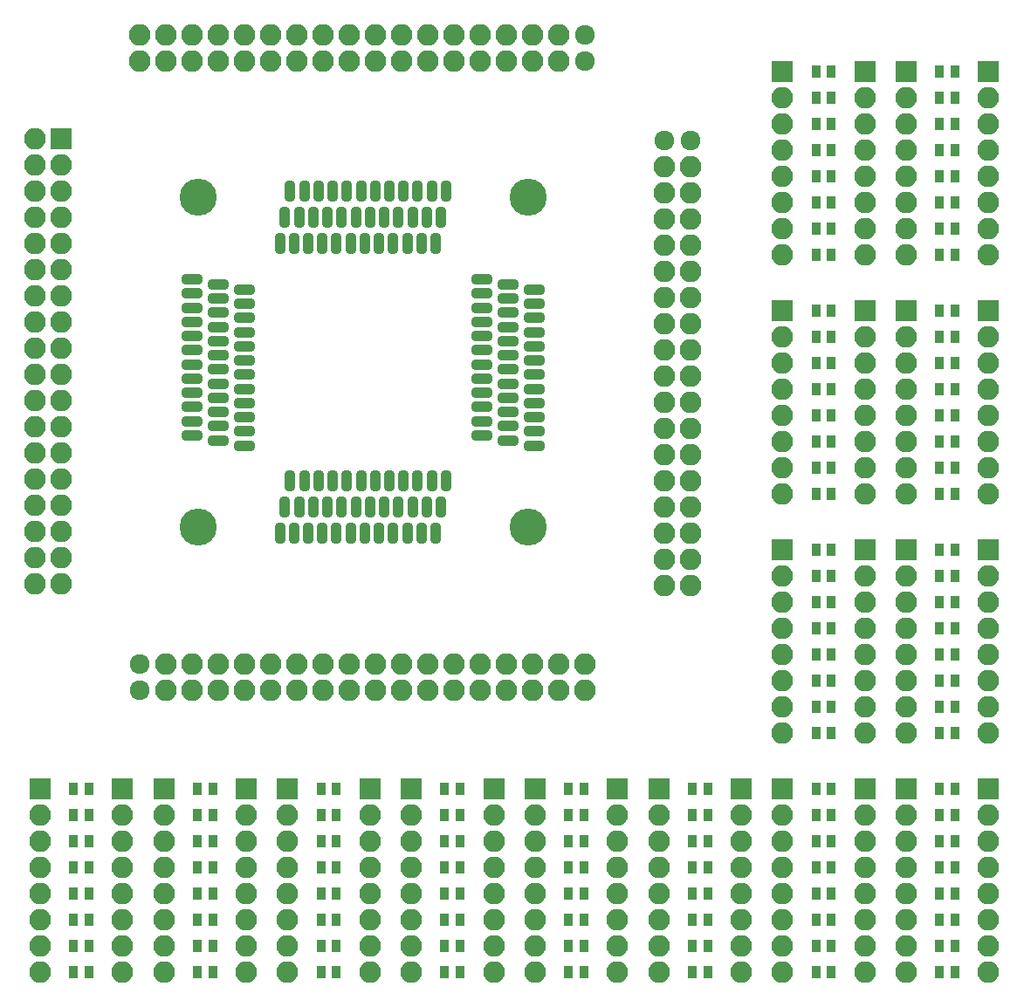
<source format=gbs>
%MOIN*%
%OFA0B0*%
%FSLAX46Y46*%
%IPPOS*%
%LPD*%
%ADD10C,0.0039370078740157488*%
%ADD11O,0.043307086614173235X0.084251968503937014*%
%ADD12O,0.084251968503937014X0.043307086614173235*%
%ADD13C,0.14173228346456693*%
%ADD14R,0.082677165354330714X0.082677165354330714*%
%ADD15O,0.082677165354330714X0.082677165354330714*%
%ADD16C,0.07574803149606299*%
%ADD27C,0.0039370078740157488*%
%ADD28R,0.082677165354330714X0.082677165354330714*%
%ADD29O,0.082677165354330714X0.082677165354330714*%
%ADD30R,0.035433070866141732X0.051181102362204731*%
%ADD31C,0.0039370078740157488*%
%ADD32R,0.082677165354330714X0.082677165354330714*%
%ADD33O,0.082677165354330714X0.082677165354330714*%
%ADD34R,0.035433070866141732X0.051181102362204731*%
%ADD35C,0.0039370078740157488*%
%ADD36R,0.082677165354330714X0.082677165354330714*%
%ADD37O,0.082677165354330714X0.082677165354330714*%
%ADD38R,0.035433070866141732X0.051181102362204731*%
%ADD39C,0.0039370078740157488*%
%ADD40R,0.082677165354330714X0.082677165354330714*%
%ADD41O,0.082677165354330714X0.082677165354330714*%
%ADD42R,0.035433070866141732X0.051181102362204731*%
%ADD43C,0.0039370078740157488*%
%ADD44R,0.082677165354330714X0.082677165354330714*%
%ADD45O,0.082677165354330714X0.082677165354330714*%
%ADD46R,0.035433070866141732X0.051181102362204731*%
%ADD47C,0.0039370078740157488*%
%ADD48R,0.082677165354330714X0.082677165354330714*%
%ADD49O,0.082677165354330714X0.082677165354330714*%
%ADD50R,0.035433070866141732X0.051181102362204731*%
%ADD51C,0.0039370078740157488*%
%ADD52R,0.082677165354330714X0.082677165354330714*%
%ADD53O,0.082677165354330714X0.082677165354330714*%
%ADD54R,0.035433070866141732X0.051181102362204731*%
%ADD55C,0.0039370078740157488*%
%ADD56R,0.082677165354330714X0.082677165354330714*%
%ADD57O,0.082677165354330714X0.082677165354330714*%
%ADD58R,0.035433070866141732X0.051181102362204731*%
%ADD59C,0.0039370078740157488*%
%ADD60R,0.082677165354330714X0.082677165354330714*%
%ADD61O,0.082677165354330714X0.082677165354330714*%
%ADD62R,0.035433070866141732X0.051181102362204731*%
%ADD63C,0.0039370078740157488*%
%ADD64R,0.082677165354330714X0.082677165354330714*%
%ADD65O,0.082677165354330714X0.082677165354330714*%
%ADD66R,0.035433070866141732X0.051181102362204731*%
%ADD67C,0.0039370078740157488*%
%ADD68R,0.082677165354330714X0.082677165354330714*%
%ADD69O,0.082677165354330714X0.082677165354330714*%
%ADD70R,0.035433070866141732X0.051181102362204731*%
%ADD71C,0.0039370078740157488*%
%ADD72R,0.082677165354330714X0.082677165354330714*%
%ADD73O,0.082677165354330714X0.082677165354330714*%
%ADD74R,0.035433070866141732X0.051181102362204731*%
%ADD75C,0.0039370078740157488*%
%ADD76R,0.082677165354330714X0.082677165354330714*%
%ADD77O,0.082677165354330714X0.082677165354330714*%
%ADD78R,0.035433070866141732X0.051181102362204731*%
%ADD79C,0.0039370078740157488*%
%ADD80R,0.082677165354330714X0.082677165354330714*%
%ADD81O,0.082677165354330714X0.082677165354330714*%
%ADD82R,0.035433070866141732X0.051181102362204731*%
G01G01*
D10*
D11*
X0000000000Y0003937007D02*
X0001461712Y0002014763D03*
X0001407578Y0002014763D03*
D12*
X0000816338Y0002784940D03*
X0000816338Y0002730807D03*
X0000816338Y0002676673D03*
X0000816338Y0002622539D03*
X0000816338Y0002568405D03*
X0000816338Y0002514271D03*
X0000816338Y0002460137D03*
X0000816338Y0002406003D03*
X0000816338Y0002351870D03*
X0000816338Y0002297736D03*
X0000816338Y0002243602D03*
X0000816338Y0002189468D03*
X0002121850Y0002745570D03*
X0002121850Y0002691437D03*
X0002121850Y0002637303D03*
X0002121850Y0002583169D03*
X0002121850Y0002529035D03*
X0002121850Y0002474901D03*
X0002121850Y0002420767D03*
X0002121850Y0002366633D03*
X0002121850Y0002312500D03*
X0002121850Y0002258366D03*
X0002121850Y0002204232D03*
X0002121850Y0002150098D03*
X0002021850Y0002765255D03*
X0002021850Y0002711122D03*
X0002021850Y0002656988D03*
X0002021850Y0002602854D03*
X0002021850Y0002548720D03*
X0002021850Y0002494586D03*
X0002021850Y0002440452D03*
X0002021850Y0002386318D03*
X0002021850Y0002332185D03*
X0002021850Y0002278051D03*
X0002021850Y0002223917D03*
X0002021850Y0002169783D03*
X0000916338Y0002765255D03*
X0000916338Y0002711122D03*
X0000916338Y0002656988D03*
X0000916338Y0002602854D03*
X0000916338Y0002548720D03*
X0000916338Y0002494586D03*
X0000916338Y0002440452D03*
X0000916338Y0002386318D03*
X0000916338Y0002332185D03*
X0000916338Y0002278051D03*
X0000916338Y0002223917D03*
X0000916338Y0002169783D03*
X0001921850Y0002784940D03*
X0001921850Y0002730807D03*
X0001921850Y0002676673D03*
X0001921850Y0002622539D03*
X0001921850Y0002568405D03*
X0001921850Y0002514271D03*
X0001921850Y0002460137D03*
X0001921850Y0002406003D03*
X0001921850Y0002351870D03*
X0001921850Y0002297736D03*
X0001921850Y0002243602D03*
X0001016338Y0002745570D03*
X0001016338Y0002691437D03*
X0001016338Y0002637303D03*
X0001016338Y0002583169D03*
X0001016338Y0002529035D03*
X0001016338Y0002474901D03*
X0001016338Y0002420767D03*
X0001016338Y0002366633D03*
X0001016338Y0002312500D03*
X0001016338Y0002258366D03*
X0001016338Y0002204232D03*
X0001921850Y0002189468D03*
X0001016338Y0002150098D03*
D11*
X0001191043Y0003120275D03*
X0001191043Y0002014763D03*
X0001245177Y0003120275D03*
X0001299311Y0003120275D03*
X0001353444Y0003120275D03*
X0001407578Y0003120275D03*
X0001461712Y0003120275D03*
X0001515846Y0003120275D03*
X0001569980Y0003120275D03*
X0001624114Y0003120275D03*
X0001678248Y0003120275D03*
X0001732381Y0003120275D03*
X0001786515Y0003120275D03*
X0001245177Y0002014763D03*
X0001299311Y0002014763D03*
X0001353444Y0002014763D03*
X0001515846Y0002014763D03*
X0001569980Y0002014763D03*
X0001624114Y0002014763D03*
X0001678248Y0002014763D03*
X0001732381Y0002014763D03*
X0001786515Y0002014763D03*
X0001171358Y0003020275D03*
X0001225492Y0003020275D03*
X0001279626Y0003020275D03*
X0001333759Y0003020275D03*
X0001387893Y0003020275D03*
X0001442027Y0003020275D03*
X0001496161Y0003020275D03*
X0001550295Y0003020275D03*
X0001604429Y0003020275D03*
X0001658563Y0003020275D03*
X0001712696Y0003020275D03*
X0001766830Y0003020275D03*
X0001171358Y0001914763D03*
X0001225492Y0001914763D03*
X0001279626Y0001914763D03*
X0001333759Y0001914763D03*
X0001387893Y0001914763D03*
X0001442027Y0001914763D03*
X0001496161Y0001914763D03*
X0001550295Y0001914763D03*
X0001604429Y0001914763D03*
X0001658563Y0001914763D03*
X0001712696Y0001914763D03*
X0001766830Y0001914763D03*
X0001151673Y0001814763D03*
X0001205807Y0001814763D03*
X0001259940Y0001814763D03*
X0001314074Y0001814763D03*
X0001368208Y0001814763D03*
X0001422342Y0001814763D03*
X0001476476Y0001814763D03*
X0001530610Y0001814763D03*
X0001584744Y0001814763D03*
X0001638877Y0001814763D03*
X0001693011Y0001814763D03*
X0001747145Y0001814763D03*
X0001151673Y0002920275D03*
X0001205807Y0002920275D03*
X0001259940Y0002920275D03*
X0001314074Y0002920275D03*
X0001368208Y0002920275D03*
X0001422342Y0002920275D03*
X0001476476Y0002920275D03*
X0001530610Y0002920275D03*
X0001584744Y0002920275D03*
X0001638877Y0002920275D03*
X0001693011Y0002920275D03*
X0001747145Y0002920275D03*
D13*
X0002099015Y0003097440D03*
X0002099015Y0001837598D03*
X0000839173Y0001837598D03*
X0000839173Y0003097440D03*
D14*
X0000317716Y0003320472D03*
D15*
X0000217716Y0003320472D03*
X0000317716Y0003220472D03*
X0000217716Y0003220472D03*
X0000317716Y0003120472D03*
X0000217716Y0003120472D03*
X0000317716Y0003020472D03*
X0000217716Y0003020472D03*
X0000317716Y0002920472D03*
X0000217716Y0002920472D03*
X0000317716Y0002820472D03*
X0000217716Y0002820472D03*
X0000317716Y0002720472D03*
X0000217716Y0002720472D03*
X0000317716Y0002620472D03*
X0000217716Y0002620472D03*
X0000317716Y0002520472D03*
X0000217716Y0002520472D03*
X0000317716Y0002420472D03*
X0000217716Y0002420472D03*
X0000317716Y0002320472D03*
X0000217716Y0002320472D03*
X0000317716Y0002220472D03*
X0000217716Y0002220472D03*
X0000317716Y0002120472D03*
X0000217716Y0002120472D03*
X0000317716Y0002020472D03*
X0000217716Y0002020472D03*
X0000317716Y0001920472D03*
X0000217716Y0001920472D03*
X0000317716Y0001820472D03*
X0000217716Y0001820472D03*
X0000317716Y0001720472D03*
X0000217716Y0001720472D03*
X0000317716Y0001620472D03*
X0000217716Y0001620472D03*
D16*
X0000616929Y0001314173D03*
X0000616929Y0001214173D03*
D15*
X0000716929Y0001314173D03*
X0000716929Y0001214173D03*
X0000816929Y0001314173D03*
X0000816929Y0001214173D03*
X0000916929Y0001314173D03*
X0000916929Y0001214173D03*
X0001016929Y0001314173D03*
X0001016929Y0001214173D03*
X0001116929Y0001314173D03*
X0001116929Y0001214173D03*
X0001216929Y0001314173D03*
X0001216929Y0001214173D03*
X0001316929Y0001314173D03*
X0001316929Y0001214173D03*
X0001416929Y0001314173D03*
X0001416929Y0001214173D03*
X0001516929Y0001314173D03*
X0001516929Y0001214173D03*
X0001616929Y0001314173D03*
X0001616929Y0001214173D03*
X0001716929Y0001314173D03*
X0001716929Y0001214173D03*
X0001816929Y0001314173D03*
X0001816929Y0001214173D03*
X0001916929Y0001314173D03*
X0001916929Y0001214173D03*
X0002016929Y0001314173D03*
X0002016929Y0001214173D03*
X0002116929Y0001314173D03*
X0002116929Y0001214173D03*
X0002216929Y0001314173D03*
X0002216929Y0001214173D03*
X0002316929Y0001314173D03*
X0002316929Y0001214173D03*
D16*
X0002720472Y0003315354D03*
X0002620472Y0003315354D03*
D15*
X0002720472Y0003215354D03*
X0002620472Y0003215354D03*
X0002720472Y0003115354D03*
X0002620472Y0003115354D03*
X0002720472Y0003015354D03*
X0002620472Y0003015354D03*
X0002720472Y0002915354D03*
X0002620472Y0002915354D03*
X0002720472Y0002815354D03*
X0002620472Y0002815354D03*
X0002720472Y0002715354D03*
X0002620472Y0002715354D03*
X0002720472Y0002615354D03*
X0002620472Y0002615354D03*
X0002720472Y0002515354D03*
X0002620472Y0002515354D03*
X0002720472Y0002415354D03*
X0002620472Y0002415354D03*
X0002720472Y0002315354D03*
X0002620472Y0002315354D03*
X0002720472Y0002215354D03*
X0002620472Y0002215354D03*
X0002720472Y0002115354D03*
X0002620472Y0002115354D03*
X0002720472Y0002015354D03*
X0002620472Y0002015354D03*
X0002720472Y0001915354D03*
X0002620472Y0001915354D03*
X0002720472Y0001815354D03*
X0002620472Y0001815354D03*
X0002720472Y0001715354D03*
X0002620472Y0001715354D03*
X0002720472Y0001615354D03*
X0002620472Y0001615354D03*
D16*
X0002316929Y0003618897D03*
X0002316929Y0003718897D03*
D15*
X0002216929Y0003618897D03*
X0002216929Y0003718897D03*
X0002116929Y0003618897D03*
X0002116929Y0003718897D03*
X0002016929Y0003618897D03*
X0002016929Y0003718897D03*
X0001916929Y0003618897D03*
X0001916929Y0003718897D03*
X0001816929Y0003618897D03*
X0001816929Y0003718897D03*
X0001716929Y0003618897D03*
X0001716929Y0003718897D03*
X0001616929Y0003618897D03*
X0001616929Y0003718897D03*
X0001516929Y0003618897D03*
X0001516929Y0003718897D03*
X0001416929Y0003618897D03*
X0001416929Y0003718897D03*
X0001316929Y0003618897D03*
X0001316929Y0003718897D03*
X0001216929Y0003618897D03*
X0001216929Y0003718897D03*
X0001116929Y0003618897D03*
X0001116929Y0003718897D03*
X0001016929Y0003618897D03*
X0001016929Y0003718897D03*
X0000916929Y0003618897D03*
X0000916929Y0003718897D03*
X0000816929Y0003618897D03*
X0000816929Y0003718897D03*
X0000716929Y0003618897D03*
X0000716929Y0003718897D03*
X0000616929Y0003618897D03*
X0000616929Y0003718897D03*
G04 next file*
G04 Gerber Fmt 4.6, Leading zero omitted, Abs format (unit mm)*
G04 Created by KiCad (PCBNEW 4.0.7) date 11/19/17 13:36:03*
G01G01*
G04 APERTURE LIST*
G04 APERTURE END LIST*
D27*
D28*
X0002992125Y0000944881D02*
X0003385732Y0000838220D03*
D29*
X0003385732Y0000738220D03*
X0003385732Y0000638220D03*
X0003385732Y0000538220D03*
X0003385732Y0000438220D03*
X0003385732Y0000338220D03*
X0003385732Y0000238220D03*
X0003385732Y0000138220D03*
D28*
X0003070771Y0000838220D03*
D29*
X0003070771Y0000738220D03*
X0003070771Y0000638220D03*
X0003070771Y0000538220D03*
X0003070771Y0000438220D03*
X0003070771Y0000338220D03*
X0003070771Y0000238220D03*
X0003070771Y0000138220D03*
D30*
X0003198724Y0000838220D03*
X0003257779Y0000838220D03*
X0003198724Y0000738220D03*
X0003257779Y0000738220D03*
X0003198724Y0000638220D03*
X0003257779Y0000638220D03*
X0003198724Y0000538220D03*
X0003257779Y0000538220D03*
X0003198724Y0000438220D03*
X0003257779Y0000438220D03*
X0003198724Y0000338220D03*
X0003257779Y0000338220D03*
X0003198724Y0000238220D03*
X0003257779Y0000238220D03*
X0003198724Y0000138220D03*
X0003257779Y0000138220D03*
G04 next file*
G04 Gerber Fmt 4.6, Leading zero omitted, Abs format (unit mm)*
G04 Created by KiCad (PCBNEW 4.0.7) date 11/19/17 13:36:03*
G01G01*
G04 APERTURE LIST*
G04 APERTURE END LIST*
D31*
D32*
X0003464566Y0000944881D02*
X0003858173Y0000838220D03*
D33*
X0003858173Y0000738220D03*
X0003858173Y0000638220D03*
X0003858173Y0000538220D03*
X0003858173Y0000438220D03*
X0003858173Y0000338220D03*
X0003858173Y0000238220D03*
X0003858173Y0000138220D03*
D32*
X0003543212Y0000838220D03*
D33*
X0003543212Y0000738220D03*
X0003543212Y0000638220D03*
X0003543212Y0000538220D03*
X0003543212Y0000438220D03*
X0003543212Y0000338220D03*
X0003543212Y0000238220D03*
X0003543212Y0000138220D03*
D34*
X0003671165Y0000838220D03*
X0003730220Y0000838220D03*
X0003671165Y0000738220D03*
X0003730220Y0000738220D03*
X0003671165Y0000638220D03*
X0003730220Y0000638220D03*
X0003671165Y0000538220D03*
X0003730220Y0000538220D03*
X0003671165Y0000438220D03*
X0003730220Y0000438220D03*
X0003671165Y0000338220D03*
X0003730220Y0000338220D03*
X0003671165Y0000238220D03*
X0003730220Y0000238220D03*
X0003671165Y0000138220D03*
X0003730220Y0000138220D03*
G04 next file*
G04 Gerber Fmt 4.6, Leading zero omitted, Abs format (unit mm)*
G04 Created by KiCad (PCBNEW 4.0.7) date 11/19/17 13:36:03*
G01G01*
G04 APERTURE LIST*
G04 APERTURE END LIST*
D35*
D36*
X0002992125Y0001858267D02*
X0003385732Y0001751606D03*
D37*
X0003385732Y0001651606D03*
X0003385732Y0001551606D03*
X0003385732Y0001451606D03*
X0003385732Y0001351606D03*
X0003385732Y0001251606D03*
X0003385732Y0001151606D03*
X0003385732Y0001051606D03*
D36*
X0003070771Y0001751606D03*
D37*
X0003070771Y0001651606D03*
X0003070771Y0001551606D03*
X0003070771Y0001451606D03*
X0003070771Y0001351606D03*
X0003070771Y0001251606D03*
X0003070771Y0001151606D03*
X0003070771Y0001051606D03*
D38*
X0003198724Y0001751606D03*
X0003257779Y0001751606D03*
X0003198724Y0001651606D03*
X0003257779Y0001651606D03*
X0003198724Y0001551606D03*
X0003257779Y0001551606D03*
X0003198724Y0001451606D03*
X0003257779Y0001451606D03*
X0003198724Y0001351606D03*
X0003257779Y0001351606D03*
X0003198724Y0001251606D03*
X0003257779Y0001251606D03*
X0003198724Y0001151606D03*
X0003257779Y0001151606D03*
X0003198724Y0001051606D03*
X0003257779Y0001051606D03*
G04 next file*
G04 Gerber Fmt 4.6, Leading zero omitted, Abs format (unit mm)*
G04 Created by KiCad (PCBNEW 4.0.7) date 11/19/17 13:36:03*
G01G01*
G04 APERTURE LIST*
G04 APERTURE END LIST*
D39*
D40*
X0002519685Y0000944881D02*
X0002913291Y0000838220D03*
D41*
X0002913291Y0000738220D03*
X0002913291Y0000638220D03*
X0002913291Y0000538220D03*
X0002913291Y0000438220D03*
X0002913291Y0000338220D03*
X0002913291Y0000238220D03*
X0002913291Y0000138220D03*
D40*
X0002598330Y0000838220D03*
D41*
X0002598330Y0000738220D03*
X0002598330Y0000638220D03*
X0002598330Y0000538220D03*
X0002598330Y0000438220D03*
X0002598330Y0000338220D03*
X0002598330Y0000238220D03*
X0002598330Y0000138220D03*
D42*
X0002726283Y0000838220D03*
X0002785338Y0000838220D03*
X0002726283Y0000738220D03*
X0002785338Y0000738220D03*
X0002726283Y0000638220D03*
X0002785338Y0000638220D03*
X0002726283Y0000538220D03*
X0002785338Y0000538220D03*
X0002726283Y0000438220D03*
X0002785338Y0000438220D03*
X0002726283Y0000338220D03*
X0002785338Y0000338220D03*
X0002726283Y0000238220D03*
X0002785338Y0000238220D03*
X0002726283Y0000138220D03*
X0002785338Y0000138220D03*
G04 next file*
G04 Gerber Fmt 4.6, Leading zero omitted, Abs format (unit mm)*
G04 Created by KiCad (PCBNEW 4.0.7) date 11/19/17 13:36:03*
G01G01*
G04 APERTURE LIST*
G04 APERTURE END LIST*
D43*
D44*
X0002047244Y0000944881D02*
X0002440850Y0000838220D03*
D45*
X0002440850Y0000738220D03*
X0002440850Y0000638220D03*
X0002440850Y0000538220D03*
X0002440850Y0000438220D03*
X0002440850Y0000338220D03*
X0002440850Y0000238220D03*
X0002440850Y0000138220D03*
D44*
X0002125889Y0000838220D03*
D45*
X0002125889Y0000738220D03*
X0002125889Y0000638220D03*
X0002125889Y0000538220D03*
X0002125889Y0000438220D03*
X0002125889Y0000338220D03*
X0002125889Y0000238220D03*
X0002125889Y0000138220D03*
D46*
X0002253842Y0000838220D03*
X0002312897Y0000838220D03*
X0002253842Y0000738220D03*
X0002312897Y0000738220D03*
X0002253842Y0000638220D03*
X0002312897Y0000638220D03*
X0002253842Y0000538220D03*
X0002312897Y0000538220D03*
X0002253842Y0000438220D03*
X0002312897Y0000438220D03*
X0002253842Y0000338220D03*
X0002312897Y0000338220D03*
X0002253842Y0000238220D03*
X0002312897Y0000238220D03*
X0002253842Y0000138220D03*
X0002312897Y0000138220D03*
G04 next file*
G04 Gerber Fmt 4.6, Leading zero omitted, Abs format (unit mm)*
G04 Created by KiCad (PCBNEW 4.0.7) date 11/19/17 13:36:03*
G01G01*
G04 APERTURE LIST*
G04 APERTURE END LIST*
D47*
D48*
X0001574803Y0000944881D02*
X0001968409Y0000838220D03*
D49*
X0001968409Y0000738220D03*
X0001968409Y0000638220D03*
X0001968409Y0000538220D03*
X0001968409Y0000438220D03*
X0001968409Y0000338220D03*
X0001968409Y0000238220D03*
X0001968409Y0000138220D03*
D48*
X0001653448Y0000838220D03*
D49*
X0001653448Y0000738220D03*
X0001653448Y0000638220D03*
X0001653448Y0000538220D03*
X0001653448Y0000438220D03*
X0001653448Y0000338220D03*
X0001653448Y0000238220D03*
X0001653448Y0000138220D03*
D50*
X0001781401Y0000838220D03*
X0001840456Y0000838220D03*
X0001781401Y0000738220D03*
X0001840456Y0000738220D03*
X0001781401Y0000638220D03*
X0001840456Y0000638220D03*
X0001781401Y0000538220D03*
X0001840456Y0000538220D03*
X0001781401Y0000438220D03*
X0001840456Y0000438220D03*
X0001781401Y0000338220D03*
X0001840456Y0000338220D03*
X0001781401Y0000238220D03*
X0001840456Y0000238220D03*
X0001781401Y0000138220D03*
X0001840456Y0000138220D03*
G04 next file*
G04 Gerber Fmt 4.6, Leading zero omitted, Abs format (unit mm)*
G04 Created by KiCad (PCBNEW 4.0.7) date 11/19/17 13:36:03*
G01G01*
G04 APERTURE LIST*
G04 APERTURE END LIST*
D51*
D52*
X0001102362Y0000944881D02*
X0001495968Y0000838220D03*
D53*
X0001495968Y0000738220D03*
X0001495968Y0000638220D03*
X0001495968Y0000538220D03*
X0001495968Y0000438220D03*
X0001495968Y0000338220D03*
X0001495968Y0000238220D03*
X0001495968Y0000138220D03*
D52*
X0001181007Y0000838220D03*
D53*
X0001181007Y0000738220D03*
X0001181007Y0000638220D03*
X0001181007Y0000538220D03*
X0001181007Y0000438220D03*
X0001181007Y0000338220D03*
X0001181007Y0000238220D03*
X0001181007Y0000138220D03*
D54*
X0001308960Y0000838220D03*
X0001368015Y0000838220D03*
X0001308960Y0000738220D03*
X0001368015Y0000738220D03*
X0001308960Y0000638220D03*
X0001368015Y0000638220D03*
X0001308960Y0000538220D03*
X0001368015Y0000538220D03*
X0001308960Y0000438220D03*
X0001368015Y0000438220D03*
X0001308960Y0000338220D03*
X0001368015Y0000338220D03*
X0001308960Y0000238220D03*
X0001368015Y0000238220D03*
X0001308960Y0000138220D03*
X0001368015Y0000138220D03*
G04 next file*
G04 Gerber Fmt 4.6, Leading zero omitted, Abs format (unit mm)*
G04 Created by KiCad (PCBNEW 4.0.7) date 11/19/17 13:36:03*
G01G01*
G04 APERTURE LIST*
G04 APERTURE END LIST*
D55*
D56*
X0000629921Y0000944881D02*
X0001023527Y0000838220D03*
D57*
X0001023527Y0000738220D03*
X0001023527Y0000638220D03*
X0001023527Y0000538220D03*
X0001023527Y0000438220D03*
X0001023527Y0000338220D03*
X0001023527Y0000238220D03*
X0001023527Y0000138220D03*
D56*
X0000708566Y0000838220D03*
D57*
X0000708566Y0000738220D03*
X0000708566Y0000638220D03*
X0000708566Y0000538220D03*
X0000708566Y0000438220D03*
X0000708566Y0000338220D03*
X0000708566Y0000238220D03*
X0000708566Y0000138220D03*
D58*
X0000836519Y0000838220D03*
X0000895574Y0000838220D03*
X0000836519Y0000738220D03*
X0000895574Y0000738220D03*
X0000836519Y0000638220D03*
X0000895574Y0000638220D03*
X0000836519Y0000538220D03*
X0000895574Y0000538220D03*
X0000836519Y0000438220D03*
X0000895574Y0000438220D03*
X0000836519Y0000338220D03*
X0000895574Y0000338220D03*
X0000836519Y0000238220D03*
X0000895574Y0000238220D03*
X0000836519Y0000138220D03*
X0000895574Y0000138220D03*
G04 next file*
G04 Gerber Fmt 4.6, Leading zero omitted, Abs format (unit mm)*
G04 Created by KiCad (PCBNEW 4.0.7) date 11/19/17 13:36:03*
G01G01*
G04 APERTURE LIST*
G04 APERTURE END LIST*
D59*
D60*
X0000157480Y0000944881D02*
X0000551086Y0000838220D03*
D61*
X0000551086Y0000738220D03*
X0000551086Y0000638220D03*
X0000551086Y0000538220D03*
X0000551086Y0000438220D03*
X0000551086Y0000338220D03*
X0000551086Y0000238220D03*
X0000551086Y0000138220D03*
D60*
X0000236125Y0000838220D03*
D61*
X0000236125Y0000738220D03*
X0000236125Y0000638220D03*
X0000236125Y0000538220D03*
X0000236125Y0000438220D03*
X0000236125Y0000338220D03*
X0000236125Y0000238220D03*
X0000236125Y0000138220D03*
D62*
X0000364078Y0000838220D03*
X0000423133Y0000838220D03*
X0000364078Y0000738220D03*
X0000423133Y0000738220D03*
X0000364078Y0000638220D03*
X0000423133Y0000638220D03*
X0000364078Y0000538220D03*
X0000423133Y0000538220D03*
X0000364078Y0000438220D03*
X0000423133Y0000438220D03*
X0000364078Y0000338220D03*
X0000423133Y0000338220D03*
X0000364078Y0000238220D03*
X0000423133Y0000238220D03*
X0000364078Y0000138220D03*
X0000423133Y0000138220D03*
G04 next file*
G04 Gerber Fmt 4.6, Leading zero omitted, Abs format (unit mm)*
G04 Created by KiCad (PCBNEW 4.0.7) date 11/19/17 13:36:03*
G01G01*
G04 APERTURE LIST*
G04 APERTURE END LIST*
D63*
D64*
X0003464566Y0001858267D02*
X0003858173Y0001751606D03*
D65*
X0003858173Y0001651606D03*
X0003858173Y0001551606D03*
X0003858173Y0001451606D03*
X0003858173Y0001351606D03*
X0003858173Y0001251606D03*
X0003858173Y0001151606D03*
X0003858173Y0001051606D03*
D64*
X0003543212Y0001751606D03*
D65*
X0003543212Y0001651606D03*
X0003543212Y0001551606D03*
X0003543212Y0001451606D03*
X0003543212Y0001351606D03*
X0003543212Y0001251606D03*
X0003543212Y0001151606D03*
X0003543212Y0001051606D03*
D66*
X0003671165Y0001751606D03*
X0003730220Y0001751606D03*
X0003671165Y0001651606D03*
X0003730220Y0001651606D03*
X0003671165Y0001551606D03*
X0003730220Y0001551606D03*
X0003671165Y0001451606D03*
X0003730220Y0001451606D03*
X0003671165Y0001351606D03*
X0003730220Y0001351606D03*
X0003671165Y0001251606D03*
X0003730220Y0001251606D03*
X0003671165Y0001151606D03*
X0003730220Y0001151606D03*
X0003671165Y0001051606D03*
X0003730220Y0001051606D03*
G04 next file*
G04 Gerber Fmt 4.6, Leading zero omitted, Abs format (unit mm)*
G04 Created by KiCad (PCBNEW 4.0.7) date 11/19/17 13:36:03*
G01G01*
G04 APERTURE LIST*
G04 APERTURE END LIST*
D67*
D68*
X0002992125Y0002771653D02*
X0003385732Y0002664992D03*
D69*
X0003385732Y0002564992D03*
X0003385732Y0002464992D03*
X0003385732Y0002364992D03*
X0003385732Y0002264992D03*
X0003385732Y0002164992D03*
X0003385732Y0002064992D03*
X0003385732Y0001964992D03*
D68*
X0003070771Y0002664992D03*
D69*
X0003070771Y0002564992D03*
X0003070771Y0002464992D03*
X0003070771Y0002364992D03*
X0003070771Y0002264992D03*
X0003070771Y0002164992D03*
X0003070771Y0002064992D03*
X0003070771Y0001964992D03*
D70*
X0003198724Y0002664992D03*
X0003257779Y0002664992D03*
X0003198724Y0002564992D03*
X0003257779Y0002564992D03*
X0003198724Y0002464992D03*
X0003257779Y0002464992D03*
X0003198724Y0002364992D03*
X0003257779Y0002364992D03*
X0003198724Y0002264992D03*
X0003257779Y0002264992D03*
X0003198724Y0002164992D03*
X0003257779Y0002164992D03*
X0003198724Y0002064992D03*
X0003257779Y0002064992D03*
X0003198724Y0001964992D03*
X0003257779Y0001964992D03*
G04 next file*
G04 Gerber Fmt 4.6, Leading zero omitted, Abs format (unit mm)*
G04 Created by KiCad (PCBNEW 4.0.7) date 11/19/17 13:36:03*
G01G01*
G04 APERTURE LIST*
G04 APERTURE END LIST*
D71*
D72*
X0003464566Y0002771653D02*
X0003858173Y0002664992D03*
D73*
X0003858173Y0002564992D03*
X0003858173Y0002464992D03*
X0003858173Y0002364992D03*
X0003858173Y0002264992D03*
X0003858173Y0002164992D03*
X0003858173Y0002064992D03*
X0003858173Y0001964992D03*
D72*
X0003543212Y0002664992D03*
D73*
X0003543212Y0002564992D03*
X0003543212Y0002464992D03*
X0003543212Y0002364992D03*
X0003543212Y0002264992D03*
X0003543212Y0002164992D03*
X0003543212Y0002064992D03*
X0003543212Y0001964992D03*
D74*
X0003671165Y0002664992D03*
X0003730220Y0002664992D03*
X0003671165Y0002564992D03*
X0003730220Y0002564992D03*
X0003671165Y0002464992D03*
X0003730220Y0002464992D03*
X0003671165Y0002364992D03*
X0003730220Y0002364992D03*
X0003671165Y0002264992D03*
X0003730220Y0002264992D03*
X0003671165Y0002164992D03*
X0003730220Y0002164992D03*
X0003671165Y0002064992D03*
X0003730220Y0002064992D03*
X0003671165Y0001964992D03*
X0003730220Y0001964992D03*
G04 next file*
G04 Gerber Fmt 4.6, Leading zero omitted, Abs format (unit mm)*
G04 Created by KiCad (PCBNEW 4.0.7) date 11/19/17 13:36:03*
G01G01*
G04 APERTURE LIST*
G04 APERTURE END LIST*
D75*
D76*
X0002992125Y0003685039D02*
X0003385732Y0003578377D03*
D77*
X0003385732Y0003478377D03*
X0003385732Y0003378377D03*
X0003385732Y0003278377D03*
X0003385732Y0003178377D03*
X0003385732Y0003078377D03*
X0003385732Y0002978377D03*
X0003385732Y0002878377D03*
D76*
X0003070771Y0003578377D03*
D77*
X0003070771Y0003478377D03*
X0003070771Y0003378377D03*
X0003070771Y0003278377D03*
X0003070771Y0003178377D03*
X0003070771Y0003078377D03*
X0003070771Y0002978377D03*
X0003070771Y0002878377D03*
D78*
X0003198724Y0003578377D03*
X0003257779Y0003578377D03*
X0003198724Y0003478377D03*
X0003257779Y0003478377D03*
X0003198724Y0003378377D03*
X0003257779Y0003378377D03*
X0003198724Y0003278377D03*
X0003257779Y0003278377D03*
X0003198724Y0003178377D03*
X0003257779Y0003178377D03*
X0003198724Y0003078377D03*
X0003257779Y0003078377D03*
X0003198724Y0002978377D03*
X0003257779Y0002978377D03*
X0003198724Y0002878377D03*
X0003257779Y0002878377D03*
G04 next file*
G04 Gerber Fmt 4.6, Leading zero omitted, Abs format (unit mm)*
G04 Created by KiCad (PCBNEW 4.0.7) date 11/19/17 13:36:03*
G01G01*
G04 APERTURE LIST*
G04 APERTURE END LIST*
D79*
D80*
X0003464566Y0003685039D02*
X0003858173Y0003578377D03*
D81*
X0003858173Y0003478377D03*
X0003858173Y0003378377D03*
X0003858173Y0003278377D03*
X0003858173Y0003178377D03*
X0003858173Y0003078377D03*
X0003858173Y0002978377D03*
X0003858173Y0002878377D03*
D80*
X0003543212Y0003578377D03*
D81*
X0003543212Y0003478377D03*
X0003543212Y0003378377D03*
X0003543212Y0003278377D03*
X0003543212Y0003178377D03*
X0003543212Y0003078377D03*
X0003543212Y0002978377D03*
X0003543212Y0002878377D03*
D82*
X0003671165Y0003578377D03*
X0003730220Y0003578377D03*
X0003671165Y0003478377D03*
X0003730220Y0003478377D03*
X0003671165Y0003378377D03*
X0003730220Y0003378377D03*
X0003671165Y0003278377D03*
X0003730220Y0003278377D03*
X0003671165Y0003178377D03*
X0003730220Y0003178377D03*
X0003671165Y0003078377D03*
X0003730220Y0003078377D03*
X0003671165Y0002978377D03*
X0003730220Y0002978377D03*
X0003671165Y0002878377D03*
X0003730220Y0002878377D03*
M02*
</source>
